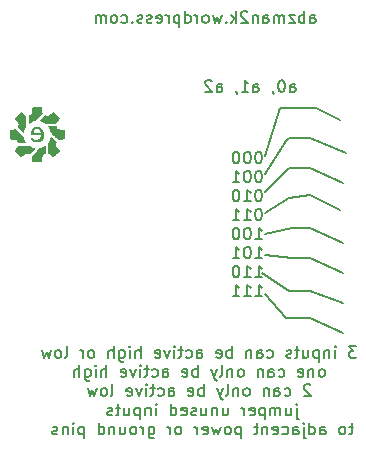
<source format=gbo>
G04 #@! TF.GenerationSoftware,KiCad,Pcbnew,(6.0.0)*
G04 #@! TF.CreationDate,2022-11-09T00:12:50-05:00*
G04 #@! TF.ProjectId,chip select multiplexer,63686970-2073-4656-9c65-6374206d756c,rev?*
G04 #@! TF.SameCoordinates,Original*
G04 #@! TF.FileFunction,Legend,Bot*
G04 #@! TF.FilePolarity,Positive*
%FSLAX46Y46*%
G04 Gerber Fmt 4.6, Leading zero omitted, Abs format (unit mm)*
G04 Created by KiCad (PCBNEW (6.0.0)) date 2022-11-09 00:12:50*
%MOMM*%
%LPD*%
G01*
G04 APERTURE LIST*
%ADD10C,0.150000*%
%ADD11R,1.700000X1.700000*%
%ADD12O,1.700000X1.700000*%
%ADD13C,3.200000*%
%ADD14R,1.600000X1.600000*%
%ADD15O,1.600000X1.600000*%
%ADD16C,1.600000*%
G04 APERTURE END LIST*
D10*
X144018000Y-82550000D02*
X145796000Y-82550000D01*
X141986000Y-92456000D02*
X144272000Y-92710000D01*
X145796000Y-90170000D02*
X148590000Y-91440000D01*
X143256000Y-80010000D02*
X146304000Y-80010000D01*
X143764000Y-82804000D02*
X144018000Y-82550000D01*
X141986000Y-95758000D02*
X143764000Y-97790000D01*
X145796000Y-92710000D02*
X148590000Y-93980000D01*
X141986000Y-87122000D02*
X144018000Y-85090000D01*
X141986000Y-90678000D02*
X144272000Y-90170000D01*
X141986000Y-88900000D02*
X144018000Y-87630000D01*
X145796000Y-85090000D02*
X148590000Y-86360000D01*
X141732000Y-93980000D02*
X144018000Y-95504000D01*
X143764000Y-97790000D02*
X145796000Y-97790000D01*
X144272000Y-90170000D02*
X145796000Y-90170000D01*
X146304000Y-80010000D02*
X148336000Y-81026000D01*
X144018000Y-85090000D02*
X145796000Y-85090000D01*
X141986000Y-84074000D02*
X143256000Y-80010000D01*
X145796000Y-97790000D02*
X148590000Y-99060000D01*
X145796000Y-95504000D02*
X148590000Y-96520000D01*
X145796000Y-87376000D02*
X148336000Y-88646000D01*
X144018000Y-87630000D02*
X145796000Y-87376000D01*
X141986000Y-85598000D02*
X143764000Y-82804000D01*
X144018000Y-95504000D02*
X145796000Y-95504000D01*
X144272000Y-92710000D02*
X145796000Y-92710000D01*
X145796000Y-82550000D02*
X148844000Y-83820000D01*
X141462000Y-83733380D02*
X141366761Y-83733380D01*
X141271523Y-83781000D01*
X141223904Y-83828619D01*
X141176285Y-83923857D01*
X141128666Y-84114333D01*
X141128666Y-84352428D01*
X141176285Y-84542904D01*
X141223904Y-84638142D01*
X141271523Y-84685761D01*
X141366761Y-84733380D01*
X141462000Y-84733380D01*
X141557238Y-84685761D01*
X141604857Y-84638142D01*
X141652476Y-84542904D01*
X141700095Y-84352428D01*
X141700095Y-84114333D01*
X141652476Y-83923857D01*
X141604857Y-83828619D01*
X141557238Y-83781000D01*
X141462000Y-83733380D01*
X140509619Y-83733380D02*
X140414380Y-83733380D01*
X140319142Y-83781000D01*
X140271523Y-83828619D01*
X140223904Y-83923857D01*
X140176285Y-84114333D01*
X140176285Y-84352428D01*
X140223904Y-84542904D01*
X140271523Y-84638142D01*
X140319142Y-84685761D01*
X140414380Y-84733380D01*
X140509619Y-84733380D01*
X140604857Y-84685761D01*
X140652476Y-84638142D01*
X140700095Y-84542904D01*
X140747714Y-84352428D01*
X140747714Y-84114333D01*
X140700095Y-83923857D01*
X140652476Y-83828619D01*
X140604857Y-83781000D01*
X140509619Y-83733380D01*
X139557238Y-83733380D02*
X139462000Y-83733380D01*
X139366761Y-83781000D01*
X139319142Y-83828619D01*
X139271523Y-83923857D01*
X139223904Y-84114333D01*
X139223904Y-84352428D01*
X139271523Y-84542904D01*
X139319142Y-84638142D01*
X139366761Y-84685761D01*
X139462000Y-84733380D01*
X139557238Y-84733380D01*
X139652476Y-84685761D01*
X139700095Y-84638142D01*
X139747714Y-84542904D01*
X139795333Y-84352428D01*
X139795333Y-84114333D01*
X139747714Y-83923857D01*
X139700095Y-83828619D01*
X139652476Y-83781000D01*
X139557238Y-83733380D01*
X141462000Y-85343380D02*
X141366761Y-85343380D01*
X141271523Y-85391000D01*
X141223904Y-85438619D01*
X141176285Y-85533857D01*
X141128666Y-85724333D01*
X141128666Y-85962428D01*
X141176285Y-86152904D01*
X141223904Y-86248142D01*
X141271523Y-86295761D01*
X141366761Y-86343380D01*
X141462000Y-86343380D01*
X141557238Y-86295761D01*
X141604857Y-86248142D01*
X141652476Y-86152904D01*
X141700095Y-85962428D01*
X141700095Y-85724333D01*
X141652476Y-85533857D01*
X141604857Y-85438619D01*
X141557238Y-85391000D01*
X141462000Y-85343380D01*
X140509619Y-85343380D02*
X140414380Y-85343380D01*
X140319142Y-85391000D01*
X140271523Y-85438619D01*
X140223904Y-85533857D01*
X140176285Y-85724333D01*
X140176285Y-85962428D01*
X140223904Y-86152904D01*
X140271523Y-86248142D01*
X140319142Y-86295761D01*
X140414380Y-86343380D01*
X140509619Y-86343380D01*
X140604857Y-86295761D01*
X140652476Y-86248142D01*
X140700095Y-86152904D01*
X140747714Y-85962428D01*
X140747714Y-85724333D01*
X140700095Y-85533857D01*
X140652476Y-85438619D01*
X140604857Y-85391000D01*
X140509619Y-85343380D01*
X139223904Y-86343380D02*
X139795333Y-86343380D01*
X139509619Y-86343380D02*
X139509619Y-85343380D01*
X139604857Y-85486238D01*
X139700095Y-85581476D01*
X139795333Y-85629095D01*
X141462000Y-86953380D02*
X141366761Y-86953380D01*
X141271523Y-87001000D01*
X141223904Y-87048619D01*
X141176285Y-87143857D01*
X141128666Y-87334333D01*
X141128666Y-87572428D01*
X141176285Y-87762904D01*
X141223904Y-87858142D01*
X141271523Y-87905761D01*
X141366761Y-87953380D01*
X141462000Y-87953380D01*
X141557238Y-87905761D01*
X141604857Y-87858142D01*
X141652476Y-87762904D01*
X141700095Y-87572428D01*
X141700095Y-87334333D01*
X141652476Y-87143857D01*
X141604857Y-87048619D01*
X141557238Y-87001000D01*
X141462000Y-86953380D01*
X140176285Y-87953380D02*
X140747714Y-87953380D01*
X140462000Y-87953380D02*
X140462000Y-86953380D01*
X140557238Y-87096238D01*
X140652476Y-87191476D01*
X140747714Y-87239095D01*
X139557238Y-86953380D02*
X139462000Y-86953380D01*
X139366761Y-87001000D01*
X139319142Y-87048619D01*
X139271523Y-87143857D01*
X139223904Y-87334333D01*
X139223904Y-87572428D01*
X139271523Y-87762904D01*
X139319142Y-87858142D01*
X139366761Y-87905761D01*
X139462000Y-87953380D01*
X139557238Y-87953380D01*
X139652476Y-87905761D01*
X139700095Y-87858142D01*
X139747714Y-87762904D01*
X139795333Y-87572428D01*
X139795333Y-87334333D01*
X139747714Y-87143857D01*
X139700095Y-87048619D01*
X139652476Y-87001000D01*
X139557238Y-86953380D01*
X141462000Y-88563380D02*
X141366761Y-88563380D01*
X141271523Y-88611000D01*
X141223904Y-88658619D01*
X141176285Y-88753857D01*
X141128666Y-88944333D01*
X141128666Y-89182428D01*
X141176285Y-89372904D01*
X141223904Y-89468142D01*
X141271523Y-89515761D01*
X141366761Y-89563380D01*
X141462000Y-89563380D01*
X141557238Y-89515761D01*
X141604857Y-89468142D01*
X141652476Y-89372904D01*
X141700095Y-89182428D01*
X141700095Y-88944333D01*
X141652476Y-88753857D01*
X141604857Y-88658619D01*
X141557238Y-88611000D01*
X141462000Y-88563380D01*
X140176285Y-89563380D02*
X140747714Y-89563380D01*
X140462000Y-89563380D02*
X140462000Y-88563380D01*
X140557238Y-88706238D01*
X140652476Y-88801476D01*
X140747714Y-88849095D01*
X139223904Y-89563380D02*
X139795333Y-89563380D01*
X139509619Y-89563380D02*
X139509619Y-88563380D01*
X139604857Y-88706238D01*
X139700095Y-88801476D01*
X139795333Y-88849095D01*
X141128666Y-91173380D02*
X141700095Y-91173380D01*
X141414380Y-91173380D02*
X141414380Y-90173380D01*
X141509619Y-90316238D01*
X141604857Y-90411476D01*
X141700095Y-90459095D01*
X140509619Y-90173380D02*
X140414380Y-90173380D01*
X140319142Y-90221000D01*
X140271523Y-90268619D01*
X140223904Y-90363857D01*
X140176285Y-90554333D01*
X140176285Y-90792428D01*
X140223904Y-90982904D01*
X140271523Y-91078142D01*
X140319142Y-91125761D01*
X140414380Y-91173380D01*
X140509619Y-91173380D01*
X140604857Y-91125761D01*
X140652476Y-91078142D01*
X140700095Y-90982904D01*
X140747714Y-90792428D01*
X140747714Y-90554333D01*
X140700095Y-90363857D01*
X140652476Y-90268619D01*
X140604857Y-90221000D01*
X140509619Y-90173380D01*
X139557238Y-90173380D02*
X139462000Y-90173380D01*
X139366761Y-90221000D01*
X139319142Y-90268619D01*
X139271523Y-90363857D01*
X139223904Y-90554333D01*
X139223904Y-90792428D01*
X139271523Y-90982904D01*
X139319142Y-91078142D01*
X139366761Y-91125761D01*
X139462000Y-91173380D01*
X139557238Y-91173380D01*
X139652476Y-91125761D01*
X139700095Y-91078142D01*
X139747714Y-90982904D01*
X139795333Y-90792428D01*
X139795333Y-90554333D01*
X139747714Y-90363857D01*
X139700095Y-90268619D01*
X139652476Y-90221000D01*
X139557238Y-90173380D01*
X141128666Y-92783380D02*
X141700095Y-92783380D01*
X141414380Y-92783380D02*
X141414380Y-91783380D01*
X141509619Y-91926238D01*
X141604857Y-92021476D01*
X141700095Y-92069095D01*
X140509619Y-91783380D02*
X140414380Y-91783380D01*
X140319142Y-91831000D01*
X140271523Y-91878619D01*
X140223904Y-91973857D01*
X140176285Y-92164333D01*
X140176285Y-92402428D01*
X140223904Y-92592904D01*
X140271523Y-92688142D01*
X140319142Y-92735761D01*
X140414380Y-92783380D01*
X140509619Y-92783380D01*
X140604857Y-92735761D01*
X140652476Y-92688142D01*
X140700095Y-92592904D01*
X140747714Y-92402428D01*
X140747714Y-92164333D01*
X140700095Y-91973857D01*
X140652476Y-91878619D01*
X140604857Y-91831000D01*
X140509619Y-91783380D01*
X139223904Y-92783380D02*
X139795333Y-92783380D01*
X139509619Y-92783380D02*
X139509619Y-91783380D01*
X139604857Y-91926238D01*
X139700095Y-92021476D01*
X139795333Y-92069095D01*
X141128666Y-94393380D02*
X141700095Y-94393380D01*
X141414380Y-94393380D02*
X141414380Y-93393380D01*
X141509619Y-93536238D01*
X141604857Y-93631476D01*
X141700095Y-93679095D01*
X140176285Y-94393380D02*
X140747714Y-94393380D01*
X140462000Y-94393380D02*
X140462000Y-93393380D01*
X140557238Y-93536238D01*
X140652476Y-93631476D01*
X140747714Y-93679095D01*
X139557238Y-93393380D02*
X139462000Y-93393380D01*
X139366761Y-93441000D01*
X139319142Y-93488619D01*
X139271523Y-93583857D01*
X139223904Y-93774333D01*
X139223904Y-94012428D01*
X139271523Y-94202904D01*
X139319142Y-94298142D01*
X139366761Y-94345761D01*
X139462000Y-94393380D01*
X139557238Y-94393380D01*
X139652476Y-94345761D01*
X139700095Y-94298142D01*
X139747714Y-94202904D01*
X139795333Y-94012428D01*
X139795333Y-93774333D01*
X139747714Y-93583857D01*
X139700095Y-93488619D01*
X139652476Y-93441000D01*
X139557238Y-93393380D01*
X141128666Y-96003380D02*
X141700095Y-96003380D01*
X141414380Y-96003380D02*
X141414380Y-95003380D01*
X141509619Y-95146238D01*
X141604857Y-95241476D01*
X141700095Y-95289095D01*
X140176285Y-96003380D02*
X140747714Y-96003380D01*
X140462000Y-96003380D02*
X140462000Y-95003380D01*
X140557238Y-95146238D01*
X140652476Y-95241476D01*
X140747714Y-95289095D01*
X139223904Y-96003380D02*
X139795333Y-96003380D01*
X139509619Y-96003380D02*
X139509619Y-95003380D01*
X139604857Y-95146238D01*
X139700095Y-95241476D01*
X139795333Y-95289095D01*
X145763142Y-72842380D02*
X145763142Y-72318571D01*
X145810761Y-72223333D01*
X145906000Y-72175714D01*
X146096476Y-72175714D01*
X146191714Y-72223333D01*
X145763142Y-72794761D02*
X145858380Y-72842380D01*
X146096476Y-72842380D01*
X146191714Y-72794761D01*
X146239333Y-72699523D01*
X146239333Y-72604285D01*
X146191714Y-72509047D01*
X146096476Y-72461428D01*
X145858380Y-72461428D01*
X145763142Y-72413809D01*
X145286952Y-72842380D02*
X145286952Y-71842380D01*
X145286952Y-72223333D02*
X145191714Y-72175714D01*
X145001238Y-72175714D01*
X144906000Y-72223333D01*
X144858380Y-72270952D01*
X144810761Y-72366190D01*
X144810761Y-72651904D01*
X144858380Y-72747142D01*
X144906000Y-72794761D01*
X145001238Y-72842380D01*
X145191714Y-72842380D01*
X145286952Y-72794761D01*
X144477428Y-72175714D02*
X143953619Y-72175714D01*
X144477428Y-72842380D01*
X143953619Y-72842380D01*
X143572666Y-72842380D02*
X143572666Y-72175714D01*
X143572666Y-72270952D02*
X143525047Y-72223333D01*
X143429809Y-72175714D01*
X143286952Y-72175714D01*
X143191714Y-72223333D01*
X143144095Y-72318571D01*
X143144095Y-72842380D01*
X143144095Y-72318571D02*
X143096476Y-72223333D01*
X143001238Y-72175714D01*
X142858380Y-72175714D01*
X142763142Y-72223333D01*
X142715523Y-72318571D01*
X142715523Y-72842380D01*
X141810761Y-72842380D02*
X141810761Y-72318571D01*
X141858380Y-72223333D01*
X141953619Y-72175714D01*
X142144095Y-72175714D01*
X142239333Y-72223333D01*
X141810761Y-72794761D02*
X141906000Y-72842380D01*
X142144095Y-72842380D01*
X142239333Y-72794761D01*
X142286952Y-72699523D01*
X142286952Y-72604285D01*
X142239333Y-72509047D01*
X142144095Y-72461428D01*
X141906000Y-72461428D01*
X141810761Y-72413809D01*
X141334571Y-72175714D02*
X141334571Y-72842380D01*
X141334571Y-72270952D02*
X141286952Y-72223333D01*
X141191714Y-72175714D01*
X141048857Y-72175714D01*
X140953619Y-72223333D01*
X140906000Y-72318571D01*
X140906000Y-72842380D01*
X140477428Y-71937619D02*
X140429809Y-71890000D01*
X140334571Y-71842380D01*
X140096476Y-71842380D01*
X140001238Y-71890000D01*
X139953619Y-71937619D01*
X139906000Y-72032857D01*
X139906000Y-72128095D01*
X139953619Y-72270952D01*
X140525047Y-72842380D01*
X139906000Y-72842380D01*
X139477428Y-72842380D02*
X139477428Y-71842380D01*
X139382190Y-72461428D02*
X139096476Y-72842380D01*
X139096476Y-72175714D02*
X139477428Y-72556666D01*
X138667904Y-72747142D02*
X138620285Y-72794761D01*
X138667904Y-72842380D01*
X138715523Y-72794761D01*
X138667904Y-72747142D01*
X138667904Y-72842380D01*
X138286952Y-72175714D02*
X138096476Y-72842380D01*
X137906000Y-72366190D01*
X137715523Y-72842380D01*
X137525047Y-72175714D01*
X137001238Y-72842380D02*
X137096476Y-72794761D01*
X137144095Y-72747142D01*
X137191714Y-72651904D01*
X137191714Y-72366190D01*
X137144095Y-72270952D01*
X137096476Y-72223333D01*
X137001238Y-72175714D01*
X136858380Y-72175714D01*
X136763142Y-72223333D01*
X136715523Y-72270952D01*
X136667904Y-72366190D01*
X136667904Y-72651904D01*
X136715523Y-72747142D01*
X136763142Y-72794761D01*
X136858380Y-72842380D01*
X137001238Y-72842380D01*
X136239333Y-72842380D02*
X136239333Y-72175714D01*
X136239333Y-72366190D02*
X136191714Y-72270952D01*
X136144095Y-72223333D01*
X136048857Y-72175714D01*
X135953619Y-72175714D01*
X135191714Y-72842380D02*
X135191714Y-71842380D01*
X135191714Y-72794761D02*
X135286952Y-72842380D01*
X135477428Y-72842380D01*
X135572666Y-72794761D01*
X135620285Y-72747142D01*
X135667904Y-72651904D01*
X135667904Y-72366190D01*
X135620285Y-72270952D01*
X135572666Y-72223333D01*
X135477428Y-72175714D01*
X135286952Y-72175714D01*
X135191714Y-72223333D01*
X134715523Y-72175714D02*
X134715523Y-73175714D01*
X134715523Y-72223333D02*
X134620285Y-72175714D01*
X134429809Y-72175714D01*
X134334571Y-72223333D01*
X134286952Y-72270952D01*
X134239333Y-72366190D01*
X134239333Y-72651904D01*
X134286952Y-72747142D01*
X134334571Y-72794761D01*
X134429809Y-72842380D01*
X134620285Y-72842380D01*
X134715523Y-72794761D01*
X133810761Y-72842380D02*
X133810761Y-72175714D01*
X133810761Y-72366190D02*
X133763142Y-72270952D01*
X133715523Y-72223333D01*
X133620285Y-72175714D01*
X133525047Y-72175714D01*
X132810761Y-72794761D02*
X132906000Y-72842380D01*
X133096476Y-72842380D01*
X133191714Y-72794761D01*
X133239333Y-72699523D01*
X133239333Y-72318571D01*
X133191714Y-72223333D01*
X133096476Y-72175714D01*
X132906000Y-72175714D01*
X132810761Y-72223333D01*
X132763142Y-72318571D01*
X132763142Y-72413809D01*
X133239333Y-72509047D01*
X132382190Y-72794761D02*
X132286952Y-72842380D01*
X132096476Y-72842380D01*
X132001238Y-72794761D01*
X131953619Y-72699523D01*
X131953619Y-72651904D01*
X132001238Y-72556666D01*
X132096476Y-72509047D01*
X132239333Y-72509047D01*
X132334571Y-72461428D01*
X132382190Y-72366190D01*
X132382190Y-72318571D01*
X132334571Y-72223333D01*
X132239333Y-72175714D01*
X132096476Y-72175714D01*
X132001238Y-72223333D01*
X131572666Y-72794761D02*
X131477428Y-72842380D01*
X131286952Y-72842380D01*
X131191714Y-72794761D01*
X131144095Y-72699523D01*
X131144095Y-72651904D01*
X131191714Y-72556666D01*
X131286952Y-72509047D01*
X131429809Y-72509047D01*
X131525047Y-72461428D01*
X131572666Y-72366190D01*
X131572666Y-72318571D01*
X131525047Y-72223333D01*
X131429809Y-72175714D01*
X131286952Y-72175714D01*
X131191714Y-72223333D01*
X130715523Y-72747142D02*
X130667904Y-72794761D01*
X130715523Y-72842380D01*
X130763142Y-72794761D01*
X130715523Y-72747142D01*
X130715523Y-72842380D01*
X129810761Y-72794761D02*
X129906000Y-72842380D01*
X130096476Y-72842380D01*
X130191714Y-72794761D01*
X130239333Y-72747142D01*
X130286952Y-72651904D01*
X130286952Y-72366190D01*
X130239333Y-72270952D01*
X130191714Y-72223333D01*
X130096476Y-72175714D01*
X129906000Y-72175714D01*
X129810761Y-72223333D01*
X129239333Y-72842380D02*
X129334571Y-72794761D01*
X129382190Y-72747142D01*
X129429809Y-72651904D01*
X129429809Y-72366190D01*
X129382190Y-72270952D01*
X129334571Y-72223333D01*
X129239333Y-72175714D01*
X129096476Y-72175714D01*
X129001238Y-72223333D01*
X128953619Y-72270952D01*
X128906000Y-72366190D01*
X128906000Y-72651904D01*
X128953619Y-72747142D01*
X129001238Y-72794761D01*
X129096476Y-72842380D01*
X129239333Y-72842380D01*
X128477428Y-72842380D02*
X128477428Y-72175714D01*
X128477428Y-72270952D02*
X128429809Y-72223333D01*
X128334571Y-72175714D01*
X128191714Y-72175714D01*
X128096476Y-72223333D01*
X128048857Y-72318571D01*
X128048857Y-72842380D01*
X128048857Y-72318571D02*
X128001238Y-72223333D01*
X127906000Y-72175714D01*
X127763142Y-72175714D01*
X127667904Y-72223333D01*
X127620285Y-72318571D01*
X127620285Y-72842380D01*
X144652000Y-105406714D02*
X144652000Y-106263857D01*
X144699619Y-106359095D01*
X144794857Y-106406714D01*
X144842476Y-106406714D01*
X144652000Y-105073380D02*
X144699619Y-105121000D01*
X144652000Y-105168619D01*
X144604380Y-105121000D01*
X144652000Y-105073380D01*
X144652000Y-105168619D01*
X143747238Y-105406714D02*
X143747238Y-106073380D01*
X144175809Y-105406714D02*
X144175809Y-105930523D01*
X144128190Y-106025761D01*
X144032952Y-106073380D01*
X143890095Y-106073380D01*
X143794857Y-106025761D01*
X143747238Y-105978142D01*
X143271047Y-106073380D02*
X143271047Y-105406714D01*
X143271047Y-105501952D02*
X143223428Y-105454333D01*
X143128190Y-105406714D01*
X142985333Y-105406714D01*
X142890095Y-105454333D01*
X142842476Y-105549571D01*
X142842476Y-106073380D01*
X142842476Y-105549571D02*
X142794857Y-105454333D01*
X142699619Y-105406714D01*
X142556761Y-105406714D01*
X142461523Y-105454333D01*
X142413904Y-105549571D01*
X142413904Y-106073380D01*
X141937714Y-105406714D02*
X141937714Y-106406714D01*
X141937714Y-105454333D02*
X141842476Y-105406714D01*
X141652000Y-105406714D01*
X141556761Y-105454333D01*
X141509142Y-105501952D01*
X141461523Y-105597190D01*
X141461523Y-105882904D01*
X141509142Y-105978142D01*
X141556761Y-106025761D01*
X141652000Y-106073380D01*
X141842476Y-106073380D01*
X141937714Y-106025761D01*
X140652000Y-106025761D02*
X140747238Y-106073380D01*
X140937714Y-106073380D01*
X141032952Y-106025761D01*
X141080571Y-105930523D01*
X141080571Y-105549571D01*
X141032952Y-105454333D01*
X140937714Y-105406714D01*
X140747238Y-105406714D01*
X140652000Y-105454333D01*
X140604380Y-105549571D01*
X140604380Y-105644809D01*
X141080571Y-105740047D01*
X140175809Y-106073380D02*
X140175809Y-105406714D01*
X140175809Y-105597190D02*
X140128190Y-105501952D01*
X140080571Y-105454333D01*
X139985333Y-105406714D01*
X139890095Y-105406714D01*
X138366285Y-105406714D02*
X138366285Y-106073380D01*
X138794857Y-105406714D02*
X138794857Y-105930523D01*
X138747238Y-106025761D01*
X138652000Y-106073380D01*
X138509142Y-106073380D01*
X138413904Y-106025761D01*
X138366285Y-105978142D01*
X137890095Y-105406714D02*
X137890095Y-106073380D01*
X137890095Y-105501952D02*
X137842476Y-105454333D01*
X137747238Y-105406714D01*
X137604380Y-105406714D01*
X137509142Y-105454333D01*
X137461523Y-105549571D01*
X137461523Y-106073380D01*
X136556761Y-105406714D02*
X136556761Y-106073380D01*
X136985333Y-105406714D02*
X136985333Y-105930523D01*
X136937714Y-106025761D01*
X136842476Y-106073380D01*
X136699619Y-106073380D01*
X136604380Y-106025761D01*
X136556761Y-105978142D01*
X136128190Y-106025761D02*
X136032952Y-106073380D01*
X135842476Y-106073380D01*
X135747238Y-106025761D01*
X135699619Y-105930523D01*
X135699619Y-105882904D01*
X135747238Y-105787666D01*
X135842476Y-105740047D01*
X135985333Y-105740047D01*
X136080571Y-105692428D01*
X136128190Y-105597190D01*
X136128190Y-105549571D01*
X136080571Y-105454333D01*
X135985333Y-105406714D01*
X135842476Y-105406714D01*
X135747238Y-105454333D01*
X134890095Y-106025761D02*
X134985333Y-106073380D01*
X135175809Y-106073380D01*
X135271047Y-106025761D01*
X135318666Y-105930523D01*
X135318666Y-105549571D01*
X135271047Y-105454333D01*
X135175809Y-105406714D01*
X134985333Y-105406714D01*
X134890095Y-105454333D01*
X134842476Y-105549571D01*
X134842476Y-105644809D01*
X135318666Y-105740047D01*
X133985333Y-106073380D02*
X133985333Y-105073380D01*
X133985333Y-106025761D02*
X134080571Y-106073380D01*
X134271047Y-106073380D01*
X134366285Y-106025761D01*
X134413904Y-105978142D01*
X134461523Y-105882904D01*
X134461523Y-105597190D01*
X134413904Y-105501952D01*
X134366285Y-105454333D01*
X134271047Y-105406714D01*
X134080571Y-105406714D01*
X133985333Y-105454333D01*
X132747238Y-106073380D02*
X132747238Y-105406714D01*
X132747238Y-105073380D02*
X132794857Y-105121000D01*
X132747238Y-105168619D01*
X132699619Y-105121000D01*
X132747238Y-105073380D01*
X132747238Y-105168619D01*
X132271047Y-105406714D02*
X132271047Y-106073380D01*
X132271047Y-105501952D02*
X132223428Y-105454333D01*
X132128190Y-105406714D01*
X131985333Y-105406714D01*
X131890095Y-105454333D01*
X131842476Y-105549571D01*
X131842476Y-106073380D01*
X131366285Y-105406714D02*
X131366285Y-106406714D01*
X131366285Y-105454333D02*
X131271047Y-105406714D01*
X131080571Y-105406714D01*
X130985333Y-105454333D01*
X130937714Y-105501952D01*
X130890095Y-105597190D01*
X130890095Y-105882904D01*
X130937714Y-105978142D01*
X130985333Y-106025761D01*
X131080571Y-106073380D01*
X131271047Y-106073380D01*
X131366285Y-106025761D01*
X130032952Y-105406714D02*
X130032952Y-106073380D01*
X130461523Y-105406714D02*
X130461523Y-105930523D01*
X130413904Y-106025761D01*
X130318666Y-106073380D01*
X130175809Y-106073380D01*
X130080571Y-106025761D01*
X130032952Y-105978142D01*
X129699619Y-105406714D02*
X129318666Y-105406714D01*
X129556761Y-105073380D02*
X129556761Y-105930523D01*
X129509142Y-106025761D01*
X129413904Y-106073380D01*
X129318666Y-106073380D01*
X129032952Y-106025761D02*
X128937714Y-106073380D01*
X128747238Y-106073380D01*
X128652000Y-106025761D01*
X128604380Y-105930523D01*
X128604380Y-105882904D01*
X128652000Y-105787666D01*
X128747238Y-105740047D01*
X128890095Y-105740047D01*
X128985333Y-105692428D01*
X129032952Y-105597190D01*
X129032952Y-105549571D01*
X128985333Y-105454333D01*
X128890095Y-105406714D01*
X128747238Y-105406714D01*
X128652000Y-105454333D01*
X149437714Y-107016714D02*
X149056761Y-107016714D01*
X149294857Y-106683380D02*
X149294857Y-107540523D01*
X149247238Y-107635761D01*
X149152000Y-107683380D01*
X149056761Y-107683380D01*
X148580571Y-107683380D02*
X148675809Y-107635761D01*
X148723428Y-107588142D01*
X148771047Y-107492904D01*
X148771047Y-107207190D01*
X148723428Y-107111952D01*
X148675809Y-107064333D01*
X148580571Y-107016714D01*
X148437714Y-107016714D01*
X148342476Y-107064333D01*
X148294857Y-107111952D01*
X148247238Y-107207190D01*
X148247238Y-107492904D01*
X148294857Y-107588142D01*
X148342476Y-107635761D01*
X148437714Y-107683380D01*
X148580571Y-107683380D01*
X146628190Y-107683380D02*
X146628190Y-107159571D01*
X146675809Y-107064333D01*
X146771047Y-107016714D01*
X146961523Y-107016714D01*
X147056761Y-107064333D01*
X146628190Y-107635761D02*
X146723428Y-107683380D01*
X146961523Y-107683380D01*
X147056761Y-107635761D01*
X147104380Y-107540523D01*
X147104380Y-107445285D01*
X147056761Y-107350047D01*
X146961523Y-107302428D01*
X146723428Y-107302428D01*
X146628190Y-107254809D01*
X145723428Y-107683380D02*
X145723428Y-106683380D01*
X145723428Y-107635761D02*
X145818666Y-107683380D01*
X146009142Y-107683380D01*
X146104380Y-107635761D01*
X146152000Y-107588142D01*
X146199619Y-107492904D01*
X146199619Y-107207190D01*
X146152000Y-107111952D01*
X146104380Y-107064333D01*
X146009142Y-107016714D01*
X145818666Y-107016714D01*
X145723428Y-107064333D01*
X145247238Y-107016714D02*
X145247238Y-107873857D01*
X145294857Y-107969095D01*
X145390095Y-108016714D01*
X145437714Y-108016714D01*
X145247238Y-106683380D02*
X145294857Y-106731000D01*
X145247238Y-106778619D01*
X145199619Y-106731000D01*
X145247238Y-106683380D01*
X145247238Y-106778619D01*
X144342476Y-107683380D02*
X144342476Y-107159571D01*
X144390095Y-107064333D01*
X144485333Y-107016714D01*
X144675809Y-107016714D01*
X144771047Y-107064333D01*
X144342476Y-107635761D02*
X144437714Y-107683380D01*
X144675809Y-107683380D01*
X144771047Y-107635761D01*
X144818666Y-107540523D01*
X144818666Y-107445285D01*
X144771047Y-107350047D01*
X144675809Y-107302428D01*
X144437714Y-107302428D01*
X144342476Y-107254809D01*
X143437714Y-107635761D02*
X143532952Y-107683380D01*
X143723428Y-107683380D01*
X143818666Y-107635761D01*
X143866285Y-107588142D01*
X143913904Y-107492904D01*
X143913904Y-107207190D01*
X143866285Y-107111952D01*
X143818666Y-107064333D01*
X143723428Y-107016714D01*
X143532952Y-107016714D01*
X143437714Y-107064333D01*
X142628190Y-107635761D02*
X142723428Y-107683380D01*
X142913904Y-107683380D01*
X143009142Y-107635761D01*
X143056761Y-107540523D01*
X143056761Y-107159571D01*
X143009142Y-107064333D01*
X142913904Y-107016714D01*
X142723428Y-107016714D01*
X142628190Y-107064333D01*
X142580571Y-107159571D01*
X142580571Y-107254809D01*
X143056761Y-107350047D01*
X142152000Y-107016714D02*
X142152000Y-107683380D01*
X142152000Y-107111952D02*
X142104380Y-107064333D01*
X142009142Y-107016714D01*
X141866285Y-107016714D01*
X141771047Y-107064333D01*
X141723428Y-107159571D01*
X141723428Y-107683380D01*
X141390095Y-107016714D02*
X141009142Y-107016714D01*
X141247238Y-106683380D02*
X141247238Y-107540523D01*
X141199619Y-107635761D01*
X141104380Y-107683380D01*
X141009142Y-107683380D01*
X139913904Y-107016714D02*
X139913904Y-108016714D01*
X139913904Y-107064333D02*
X139818666Y-107016714D01*
X139628190Y-107016714D01*
X139532952Y-107064333D01*
X139485333Y-107111952D01*
X139437714Y-107207190D01*
X139437714Y-107492904D01*
X139485333Y-107588142D01*
X139532952Y-107635761D01*
X139628190Y-107683380D01*
X139818666Y-107683380D01*
X139913904Y-107635761D01*
X138866285Y-107683380D02*
X138961523Y-107635761D01*
X139009142Y-107588142D01*
X139056761Y-107492904D01*
X139056761Y-107207190D01*
X139009142Y-107111952D01*
X138961523Y-107064333D01*
X138866285Y-107016714D01*
X138723428Y-107016714D01*
X138628190Y-107064333D01*
X138580571Y-107111952D01*
X138532952Y-107207190D01*
X138532952Y-107492904D01*
X138580571Y-107588142D01*
X138628190Y-107635761D01*
X138723428Y-107683380D01*
X138866285Y-107683380D01*
X138199619Y-107016714D02*
X138009142Y-107683380D01*
X137818666Y-107207190D01*
X137628190Y-107683380D01*
X137437714Y-107016714D01*
X136675809Y-107635761D02*
X136771047Y-107683380D01*
X136961523Y-107683380D01*
X137056761Y-107635761D01*
X137104380Y-107540523D01*
X137104380Y-107159571D01*
X137056761Y-107064333D01*
X136961523Y-107016714D01*
X136771047Y-107016714D01*
X136675809Y-107064333D01*
X136628190Y-107159571D01*
X136628190Y-107254809D01*
X137104380Y-107350047D01*
X136199619Y-107683380D02*
X136199619Y-107016714D01*
X136199619Y-107207190D02*
X136152000Y-107111952D01*
X136104380Y-107064333D01*
X136009142Y-107016714D01*
X135913904Y-107016714D01*
X134675809Y-107683380D02*
X134771047Y-107635761D01*
X134818666Y-107588142D01*
X134866285Y-107492904D01*
X134866285Y-107207190D01*
X134818666Y-107111952D01*
X134771047Y-107064333D01*
X134675809Y-107016714D01*
X134532952Y-107016714D01*
X134437714Y-107064333D01*
X134390095Y-107111952D01*
X134342476Y-107207190D01*
X134342476Y-107492904D01*
X134390095Y-107588142D01*
X134437714Y-107635761D01*
X134532952Y-107683380D01*
X134675809Y-107683380D01*
X133913904Y-107683380D02*
X133913904Y-107016714D01*
X133913904Y-107207190D02*
X133866285Y-107111952D01*
X133818666Y-107064333D01*
X133723428Y-107016714D01*
X133628190Y-107016714D01*
X132104380Y-107016714D02*
X132104380Y-107826238D01*
X132152000Y-107921476D01*
X132199619Y-107969095D01*
X132294857Y-108016714D01*
X132437714Y-108016714D01*
X132532952Y-107969095D01*
X132104380Y-107635761D02*
X132199619Y-107683380D01*
X132390095Y-107683380D01*
X132485333Y-107635761D01*
X132532952Y-107588142D01*
X132580571Y-107492904D01*
X132580571Y-107207190D01*
X132532952Y-107111952D01*
X132485333Y-107064333D01*
X132390095Y-107016714D01*
X132199619Y-107016714D01*
X132104380Y-107064333D01*
X131628190Y-107683380D02*
X131628190Y-107016714D01*
X131628190Y-107207190D02*
X131580571Y-107111952D01*
X131532952Y-107064333D01*
X131437714Y-107016714D01*
X131342476Y-107016714D01*
X130866285Y-107683380D02*
X130961523Y-107635761D01*
X131009142Y-107588142D01*
X131056761Y-107492904D01*
X131056761Y-107207190D01*
X131009142Y-107111952D01*
X130961523Y-107064333D01*
X130866285Y-107016714D01*
X130723428Y-107016714D01*
X130628190Y-107064333D01*
X130580571Y-107111952D01*
X130532952Y-107207190D01*
X130532952Y-107492904D01*
X130580571Y-107588142D01*
X130628190Y-107635761D01*
X130723428Y-107683380D01*
X130866285Y-107683380D01*
X129675809Y-107016714D02*
X129675809Y-107683380D01*
X130104380Y-107016714D02*
X130104380Y-107540523D01*
X130056761Y-107635761D01*
X129961523Y-107683380D01*
X129818666Y-107683380D01*
X129723428Y-107635761D01*
X129675809Y-107588142D01*
X129199619Y-107016714D02*
X129199619Y-107683380D01*
X129199619Y-107111952D02*
X129152000Y-107064333D01*
X129056761Y-107016714D01*
X128913904Y-107016714D01*
X128818666Y-107064333D01*
X128771047Y-107159571D01*
X128771047Y-107683380D01*
X127866285Y-107683380D02*
X127866285Y-106683380D01*
X127866285Y-107635761D02*
X127961523Y-107683380D01*
X128152000Y-107683380D01*
X128247238Y-107635761D01*
X128294857Y-107588142D01*
X128342476Y-107492904D01*
X128342476Y-107207190D01*
X128294857Y-107111952D01*
X128247238Y-107064333D01*
X128152000Y-107016714D01*
X127961523Y-107016714D01*
X127866285Y-107064333D01*
X126628190Y-107016714D02*
X126628190Y-108016714D01*
X126628190Y-107064333D02*
X126532952Y-107016714D01*
X126342476Y-107016714D01*
X126247238Y-107064333D01*
X126199619Y-107111952D01*
X126152000Y-107207190D01*
X126152000Y-107492904D01*
X126199619Y-107588142D01*
X126247238Y-107635761D01*
X126342476Y-107683380D01*
X126532952Y-107683380D01*
X126628190Y-107635761D01*
X125723428Y-107683380D02*
X125723428Y-107016714D01*
X125723428Y-106683380D02*
X125771047Y-106731000D01*
X125723428Y-106778619D01*
X125675809Y-106731000D01*
X125723428Y-106683380D01*
X125723428Y-106778619D01*
X125247238Y-107016714D02*
X125247238Y-107683380D01*
X125247238Y-107111952D02*
X125199619Y-107064333D01*
X125104380Y-107016714D01*
X124961523Y-107016714D01*
X124866285Y-107064333D01*
X124818666Y-107159571D01*
X124818666Y-107683380D01*
X124390095Y-107635761D02*
X124294857Y-107683380D01*
X124104380Y-107683380D01*
X124009142Y-107635761D01*
X123961523Y-107540523D01*
X123961523Y-107492904D01*
X124009142Y-107397666D01*
X124104380Y-107350047D01*
X124247238Y-107350047D01*
X124342476Y-107302428D01*
X124390095Y-107207190D01*
X124390095Y-107159571D01*
X124342476Y-107064333D01*
X124247238Y-107016714D01*
X124104380Y-107016714D01*
X124009142Y-107064333D01*
X149707523Y-100204380D02*
X149088476Y-100204380D01*
X149421809Y-100585333D01*
X149278952Y-100585333D01*
X149183714Y-100632952D01*
X149136095Y-100680571D01*
X149088476Y-100775809D01*
X149088476Y-101013904D01*
X149136095Y-101109142D01*
X149183714Y-101156761D01*
X149278952Y-101204380D01*
X149564666Y-101204380D01*
X149659904Y-101156761D01*
X149707523Y-101109142D01*
X147898000Y-101204380D02*
X147898000Y-100537714D01*
X147898000Y-100204380D02*
X147945619Y-100252000D01*
X147898000Y-100299619D01*
X147850380Y-100252000D01*
X147898000Y-100204380D01*
X147898000Y-100299619D01*
X147421809Y-100537714D02*
X147421809Y-101204380D01*
X147421809Y-100632952D02*
X147374190Y-100585333D01*
X147278952Y-100537714D01*
X147136095Y-100537714D01*
X147040857Y-100585333D01*
X146993238Y-100680571D01*
X146993238Y-101204380D01*
X146517047Y-100537714D02*
X146517047Y-101537714D01*
X146517047Y-100585333D02*
X146421809Y-100537714D01*
X146231333Y-100537714D01*
X146136095Y-100585333D01*
X146088476Y-100632952D01*
X146040857Y-100728190D01*
X146040857Y-101013904D01*
X146088476Y-101109142D01*
X146136095Y-101156761D01*
X146231333Y-101204380D01*
X146421809Y-101204380D01*
X146517047Y-101156761D01*
X145183714Y-100537714D02*
X145183714Y-101204380D01*
X145612285Y-100537714D02*
X145612285Y-101061523D01*
X145564666Y-101156761D01*
X145469428Y-101204380D01*
X145326571Y-101204380D01*
X145231333Y-101156761D01*
X145183714Y-101109142D01*
X144850380Y-100537714D02*
X144469428Y-100537714D01*
X144707523Y-100204380D02*
X144707523Y-101061523D01*
X144659904Y-101156761D01*
X144564666Y-101204380D01*
X144469428Y-101204380D01*
X144183714Y-101156761D02*
X144088476Y-101204380D01*
X143898000Y-101204380D01*
X143802761Y-101156761D01*
X143755142Y-101061523D01*
X143755142Y-101013904D01*
X143802761Y-100918666D01*
X143898000Y-100871047D01*
X144040857Y-100871047D01*
X144136095Y-100823428D01*
X144183714Y-100728190D01*
X144183714Y-100680571D01*
X144136095Y-100585333D01*
X144040857Y-100537714D01*
X143898000Y-100537714D01*
X143802761Y-100585333D01*
X142136095Y-101156761D02*
X142231333Y-101204380D01*
X142421809Y-101204380D01*
X142517047Y-101156761D01*
X142564666Y-101109142D01*
X142612285Y-101013904D01*
X142612285Y-100728190D01*
X142564666Y-100632952D01*
X142517047Y-100585333D01*
X142421809Y-100537714D01*
X142231333Y-100537714D01*
X142136095Y-100585333D01*
X141278952Y-101204380D02*
X141278952Y-100680571D01*
X141326571Y-100585333D01*
X141421809Y-100537714D01*
X141612285Y-100537714D01*
X141707523Y-100585333D01*
X141278952Y-101156761D02*
X141374190Y-101204380D01*
X141612285Y-101204380D01*
X141707523Y-101156761D01*
X141755142Y-101061523D01*
X141755142Y-100966285D01*
X141707523Y-100871047D01*
X141612285Y-100823428D01*
X141374190Y-100823428D01*
X141278952Y-100775809D01*
X140802761Y-100537714D02*
X140802761Y-101204380D01*
X140802761Y-100632952D02*
X140755142Y-100585333D01*
X140659904Y-100537714D01*
X140517047Y-100537714D01*
X140421809Y-100585333D01*
X140374190Y-100680571D01*
X140374190Y-101204380D01*
X139136095Y-101204380D02*
X139136095Y-100204380D01*
X139136095Y-100585333D02*
X139040857Y-100537714D01*
X138850380Y-100537714D01*
X138755142Y-100585333D01*
X138707523Y-100632952D01*
X138659904Y-100728190D01*
X138659904Y-101013904D01*
X138707523Y-101109142D01*
X138755142Y-101156761D01*
X138850380Y-101204380D01*
X139040857Y-101204380D01*
X139136095Y-101156761D01*
X137850380Y-101156761D02*
X137945619Y-101204380D01*
X138136095Y-101204380D01*
X138231333Y-101156761D01*
X138278952Y-101061523D01*
X138278952Y-100680571D01*
X138231333Y-100585333D01*
X138136095Y-100537714D01*
X137945619Y-100537714D01*
X137850380Y-100585333D01*
X137802761Y-100680571D01*
X137802761Y-100775809D01*
X138278952Y-100871047D01*
X136183714Y-101204380D02*
X136183714Y-100680571D01*
X136231333Y-100585333D01*
X136326571Y-100537714D01*
X136517047Y-100537714D01*
X136612285Y-100585333D01*
X136183714Y-101156761D02*
X136278952Y-101204380D01*
X136517047Y-101204380D01*
X136612285Y-101156761D01*
X136659904Y-101061523D01*
X136659904Y-100966285D01*
X136612285Y-100871047D01*
X136517047Y-100823428D01*
X136278952Y-100823428D01*
X136183714Y-100775809D01*
X135278952Y-101156761D02*
X135374190Y-101204380D01*
X135564666Y-101204380D01*
X135659904Y-101156761D01*
X135707523Y-101109142D01*
X135755142Y-101013904D01*
X135755142Y-100728190D01*
X135707523Y-100632952D01*
X135659904Y-100585333D01*
X135564666Y-100537714D01*
X135374190Y-100537714D01*
X135278952Y-100585333D01*
X134993238Y-100537714D02*
X134612285Y-100537714D01*
X134850380Y-100204380D02*
X134850380Y-101061523D01*
X134802761Y-101156761D01*
X134707523Y-101204380D01*
X134612285Y-101204380D01*
X134278952Y-101204380D02*
X134278952Y-100537714D01*
X134278952Y-100204380D02*
X134326571Y-100252000D01*
X134278952Y-100299619D01*
X134231333Y-100252000D01*
X134278952Y-100204380D01*
X134278952Y-100299619D01*
X133898000Y-100537714D02*
X133659904Y-101204380D01*
X133421809Y-100537714D01*
X132659904Y-101156761D02*
X132755142Y-101204380D01*
X132945619Y-101204380D01*
X133040857Y-101156761D01*
X133088476Y-101061523D01*
X133088476Y-100680571D01*
X133040857Y-100585333D01*
X132945619Y-100537714D01*
X132755142Y-100537714D01*
X132659904Y-100585333D01*
X132612285Y-100680571D01*
X132612285Y-100775809D01*
X133088476Y-100871047D01*
X131421809Y-101204380D02*
X131421809Y-100204380D01*
X130993238Y-101204380D02*
X130993238Y-100680571D01*
X131040857Y-100585333D01*
X131136095Y-100537714D01*
X131278952Y-100537714D01*
X131374190Y-100585333D01*
X131421809Y-100632952D01*
X130517047Y-101204380D02*
X130517047Y-100537714D01*
X130517047Y-100204380D02*
X130564666Y-100252000D01*
X130517047Y-100299619D01*
X130469428Y-100252000D01*
X130517047Y-100204380D01*
X130517047Y-100299619D01*
X129612285Y-100537714D02*
X129612285Y-101347238D01*
X129659904Y-101442476D01*
X129707523Y-101490095D01*
X129802761Y-101537714D01*
X129945619Y-101537714D01*
X130040857Y-101490095D01*
X129612285Y-101156761D02*
X129707523Y-101204380D01*
X129898000Y-101204380D01*
X129993238Y-101156761D01*
X130040857Y-101109142D01*
X130088476Y-101013904D01*
X130088476Y-100728190D01*
X130040857Y-100632952D01*
X129993238Y-100585333D01*
X129898000Y-100537714D01*
X129707523Y-100537714D01*
X129612285Y-100585333D01*
X129136095Y-101204380D02*
X129136095Y-100204380D01*
X128707523Y-101204380D02*
X128707523Y-100680571D01*
X128755142Y-100585333D01*
X128850380Y-100537714D01*
X128993238Y-100537714D01*
X129088476Y-100585333D01*
X129136095Y-100632952D01*
X127326571Y-101204380D02*
X127421809Y-101156761D01*
X127469428Y-101109142D01*
X127517047Y-101013904D01*
X127517047Y-100728190D01*
X127469428Y-100632952D01*
X127421809Y-100585333D01*
X127326571Y-100537714D01*
X127183714Y-100537714D01*
X127088476Y-100585333D01*
X127040857Y-100632952D01*
X126993238Y-100728190D01*
X126993238Y-101013904D01*
X127040857Y-101109142D01*
X127088476Y-101156761D01*
X127183714Y-101204380D01*
X127326571Y-101204380D01*
X126564666Y-101204380D02*
X126564666Y-100537714D01*
X126564666Y-100728190D02*
X126517047Y-100632952D01*
X126469428Y-100585333D01*
X126374190Y-100537714D01*
X126278952Y-100537714D01*
X125040857Y-101204380D02*
X125136095Y-101156761D01*
X125183714Y-101061523D01*
X125183714Y-100204380D01*
X124517047Y-101204380D02*
X124612285Y-101156761D01*
X124659904Y-101109142D01*
X124707523Y-101013904D01*
X124707523Y-100728190D01*
X124659904Y-100632952D01*
X124612285Y-100585333D01*
X124517047Y-100537714D01*
X124374190Y-100537714D01*
X124278952Y-100585333D01*
X124231333Y-100632952D01*
X124183714Y-100728190D01*
X124183714Y-101013904D01*
X124231333Y-101109142D01*
X124278952Y-101156761D01*
X124374190Y-101204380D01*
X124517047Y-101204380D01*
X123850380Y-100537714D02*
X123659904Y-101204380D01*
X123469428Y-100728190D01*
X123278952Y-101204380D01*
X123088476Y-100537714D01*
X146826571Y-102814380D02*
X146921809Y-102766761D01*
X146969428Y-102719142D01*
X147017047Y-102623904D01*
X147017047Y-102338190D01*
X146969428Y-102242952D01*
X146921809Y-102195333D01*
X146826571Y-102147714D01*
X146683714Y-102147714D01*
X146588476Y-102195333D01*
X146540857Y-102242952D01*
X146493238Y-102338190D01*
X146493238Y-102623904D01*
X146540857Y-102719142D01*
X146588476Y-102766761D01*
X146683714Y-102814380D01*
X146826571Y-102814380D01*
X146064666Y-102147714D02*
X146064666Y-102814380D01*
X146064666Y-102242952D02*
X146017047Y-102195333D01*
X145921809Y-102147714D01*
X145778952Y-102147714D01*
X145683714Y-102195333D01*
X145636095Y-102290571D01*
X145636095Y-102814380D01*
X144778952Y-102766761D02*
X144874190Y-102814380D01*
X145064666Y-102814380D01*
X145159904Y-102766761D01*
X145207523Y-102671523D01*
X145207523Y-102290571D01*
X145159904Y-102195333D01*
X145064666Y-102147714D01*
X144874190Y-102147714D01*
X144778952Y-102195333D01*
X144731333Y-102290571D01*
X144731333Y-102385809D01*
X145207523Y-102481047D01*
X143112285Y-102766761D02*
X143207523Y-102814380D01*
X143398000Y-102814380D01*
X143493238Y-102766761D01*
X143540857Y-102719142D01*
X143588476Y-102623904D01*
X143588476Y-102338190D01*
X143540857Y-102242952D01*
X143493238Y-102195333D01*
X143398000Y-102147714D01*
X143207523Y-102147714D01*
X143112285Y-102195333D01*
X142255142Y-102814380D02*
X142255142Y-102290571D01*
X142302761Y-102195333D01*
X142398000Y-102147714D01*
X142588476Y-102147714D01*
X142683714Y-102195333D01*
X142255142Y-102766761D02*
X142350380Y-102814380D01*
X142588476Y-102814380D01*
X142683714Y-102766761D01*
X142731333Y-102671523D01*
X142731333Y-102576285D01*
X142683714Y-102481047D01*
X142588476Y-102433428D01*
X142350380Y-102433428D01*
X142255142Y-102385809D01*
X141778952Y-102147714D02*
X141778952Y-102814380D01*
X141778952Y-102242952D02*
X141731333Y-102195333D01*
X141636095Y-102147714D01*
X141493238Y-102147714D01*
X141398000Y-102195333D01*
X141350380Y-102290571D01*
X141350380Y-102814380D01*
X139969428Y-102814380D02*
X140064666Y-102766761D01*
X140112285Y-102719142D01*
X140159904Y-102623904D01*
X140159904Y-102338190D01*
X140112285Y-102242952D01*
X140064666Y-102195333D01*
X139969428Y-102147714D01*
X139826571Y-102147714D01*
X139731333Y-102195333D01*
X139683714Y-102242952D01*
X139636095Y-102338190D01*
X139636095Y-102623904D01*
X139683714Y-102719142D01*
X139731333Y-102766761D01*
X139826571Y-102814380D01*
X139969428Y-102814380D01*
X139207523Y-102147714D02*
X139207523Y-102814380D01*
X139207523Y-102242952D02*
X139159904Y-102195333D01*
X139064666Y-102147714D01*
X138921809Y-102147714D01*
X138826571Y-102195333D01*
X138778952Y-102290571D01*
X138778952Y-102814380D01*
X138159904Y-102814380D02*
X138255142Y-102766761D01*
X138302761Y-102671523D01*
X138302761Y-101814380D01*
X137874190Y-102147714D02*
X137636095Y-102814380D01*
X137398000Y-102147714D02*
X137636095Y-102814380D01*
X137731333Y-103052476D01*
X137778952Y-103100095D01*
X137874190Y-103147714D01*
X136255142Y-102814380D02*
X136255142Y-101814380D01*
X136255142Y-102195333D02*
X136159904Y-102147714D01*
X135969428Y-102147714D01*
X135874190Y-102195333D01*
X135826571Y-102242952D01*
X135778952Y-102338190D01*
X135778952Y-102623904D01*
X135826571Y-102719142D01*
X135874190Y-102766761D01*
X135969428Y-102814380D01*
X136159904Y-102814380D01*
X136255142Y-102766761D01*
X134969428Y-102766761D02*
X135064666Y-102814380D01*
X135255142Y-102814380D01*
X135350380Y-102766761D01*
X135398000Y-102671523D01*
X135398000Y-102290571D01*
X135350380Y-102195333D01*
X135255142Y-102147714D01*
X135064666Y-102147714D01*
X134969428Y-102195333D01*
X134921809Y-102290571D01*
X134921809Y-102385809D01*
X135398000Y-102481047D01*
X133302761Y-102814380D02*
X133302761Y-102290571D01*
X133350380Y-102195333D01*
X133445619Y-102147714D01*
X133636095Y-102147714D01*
X133731333Y-102195333D01*
X133302761Y-102766761D02*
X133398000Y-102814380D01*
X133636095Y-102814380D01*
X133731333Y-102766761D01*
X133778952Y-102671523D01*
X133778952Y-102576285D01*
X133731333Y-102481047D01*
X133636095Y-102433428D01*
X133398000Y-102433428D01*
X133302761Y-102385809D01*
X132398000Y-102766761D02*
X132493238Y-102814380D01*
X132683714Y-102814380D01*
X132778952Y-102766761D01*
X132826571Y-102719142D01*
X132874190Y-102623904D01*
X132874190Y-102338190D01*
X132826571Y-102242952D01*
X132778952Y-102195333D01*
X132683714Y-102147714D01*
X132493238Y-102147714D01*
X132398000Y-102195333D01*
X132112285Y-102147714D02*
X131731333Y-102147714D01*
X131969428Y-101814380D02*
X131969428Y-102671523D01*
X131921809Y-102766761D01*
X131826571Y-102814380D01*
X131731333Y-102814380D01*
X131398000Y-102814380D02*
X131398000Y-102147714D01*
X131398000Y-101814380D02*
X131445619Y-101862000D01*
X131398000Y-101909619D01*
X131350380Y-101862000D01*
X131398000Y-101814380D01*
X131398000Y-101909619D01*
X131017047Y-102147714D02*
X130778952Y-102814380D01*
X130540857Y-102147714D01*
X129778952Y-102766761D02*
X129874190Y-102814380D01*
X130064666Y-102814380D01*
X130159904Y-102766761D01*
X130207523Y-102671523D01*
X130207523Y-102290571D01*
X130159904Y-102195333D01*
X130064666Y-102147714D01*
X129874190Y-102147714D01*
X129778952Y-102195333D01*
X129731333Y-102290571D01*
X129731333Y-102385809D01*
X130207523Y-102481047D01*
X128540857Y-102814380D02*
X128540857Y-101814380D01*
X128112285Y-102814380D02*
X128112285Y-102290571D01*
X128159904Y-102195333D01*
X128255142Y-102147714D01*
X128398000Y-102147714D01*
X128493238Y-102195333D01*
X128540857Y-102242952D01*
X127636095Y-102814380D02*
X127636095Y-102147714D01*
X127636095Y-101814380D02*
X127683714Y-101862000D01*
X127636095Y-101909619D01*
X127588476Y-101862000D01*
X127636095Y-101814380D01*
X127636095Y-101909619D01*
X126731333Y-102147714D02*
X126731333Y-102957238D01*
X126778952Y-103052476D01*
X126826571Y-103100095D01*
X126921809Y-103147714D01*
X127064666Y-103147714D01*
X127159904Y-103100095D01*
X126731333Y-102766761D02*
X126826571Y-102814380D01*
X127017047Y-102814380D01*
X127112285Y-102766761D01*
X127159904Y-102719142D01*
X127207523Y-102623904D01*
X127207523Y-102338190D01*
X127159904Y-102242952D01*
X127112285Y-102195333D01*
X127017047Y-102147714D01*
X126826571Y-102147714D01*
X126731333Y-102195333D01*
X126255142Y-102814380D02*
X126255142Y-101814380D01*
X125826571Y-102814380D02*
X125826571Y-102290571D01*
X125874190Y-102195333D01*
X125969428Y-102147714D01*
X126112285Y-102147714D01*
X126207523Y-102195333D01*
X126255142Y-102242952D01*
X145802761Y-103519619D02*
X145755142Y-103472000D01*
X145659904Y-103424380D01*
X145421809Y-103424380D01*
X145326571Y-103472000D01*
X145278952Y-103519619D01*
X145231333Y-103614857D01*
X145231333Y-103710095D01*
X145278952Y-103852952D01*
X145850380Y-104424380D01*
X145231333Y-104424380D01*
X143612285Y-104376761D02*
X143707523Y-104424380D01*
X143898000Y-104424380D01*
X143993238Y-104376761D01*
X144040857Y-104329142D01*
X144088476Y-104233904D01*
X144088476Y-103948190D01*
X144040857Y-103852952D01*
X143993238Y-103805333D01*
X143898000Y-103757714D01*
X143707523Y-103757714D01*
X143612285Y-103805333D01*
X142755142Y-104424380D02*
X142755142Y-103900571D01*
X142802761Y-103805333D01*
X142898000Y-103757714D01*
X143088476Y-103757714D01*
X143183714Y-103805333D01*
X142755142Y-104376761D02*
X142850380Y-104424380D01*
X143088476Y-104424380D01*
X143183714Y-104376761D01*
X143231333Y-104281523D01*
X143231333Y-104186285D01*
X143183714Y-104091047D01*
X143088476Y-104043428D01*
X142850380Y-104043428D01*
X142755142Y-103995809D01*
X142278952Y-103757714D02*
X142278952Y-104424380D01*
X142278952Y-103852952D02*
X142231333Y-103805333D01*
X142136095Y-103757714D01*
X141993238Y-103757714D01*
X141898000Y-103805333D01*
X141850380Y-103900571D01*
X141850380Y-104424380D01*
X140469428Y-104424380D02*
X140564666Y-104376761D01*
X140612285Y-104329142D01*
X140659904Y-104233904D01*
X140659904Y-103948190D01*
X140612285Y-103852952D01*
X140564666Y-103805333D01*
X140469428Y-103757714D01*
X140326571Y-103757714D01*
X140231333Y-103805333D01*
X140183714Y-103852952D01*
X140136095Y-103948190D01*
X140136095Y-104233904D01*
X140183714Y-104329142D01*
X140231333Y-104376761D01*
X140326571Y-104424380D01*
X140469428Y-104424380D01*
X139707523Y-103757714D02*
X139707523Y-104424380D01*
X139707523Y-103852952D02*
X139659904Y-103805333D01*
X139564666Y-103757714D01*
X139421809Y-103757714D01*
X139326571Y-103805333D01*
X139278952Y-103900571D01*
X139278952Y-104424380D01*
X138659904Y-104424380D02*
X138755142Y-104376761D01*
X138802761Y-104281523D01*
X138802761Y-103424380D01*
X138374190Y-103757714D02*
X138136095Y-104424380D01*
X137898000Y-103757714D02*
X138136095Y-104424380D01*
X138231333Y-104662476D01*
X138278952Y-104710095D01*
X138374190Y-104757714D01*
X136755142Y-104424380D02*
X136755142Y-103424380D01*
X136755142Y-103805333D02*
X136659904Y-103757714D01*
X136469428Y-103757714D01*
X136374190Y-103805333D01*
X136326571Y-103852952D01*
X136278952Y-103948190D01*
X136278952Y-104233904D01*
X136326571Y-104329142D01*
X136374190Y-104376761D01*
X136469428Y-104424380D01*
X136659904Y-104424380D01*
X136755142Y-104376761D01*
X135469428Y-104376761D02*
X135564666Y-104424380D01*
X135755142Y-104424380D01*
X135850380Y-104376761D01*
X135898000Y-104281523D01*
X135898000Y-103900571D01*
X135850380Y-103805333D01*
X135755142Y-103757714D01*
X135564666Y-103757714D01*
X135469428Y-103805333D01*
X135421809Y-103900571D01*
X135421809Y-103995809D01*
X135898000Y-104091047D01*
X133802761Y-104424380D02*
X133802761Y-103900571D01*
X133850380Y-103805333D01*
X133945619Y-103757714D01*
X134136095Y-103757714D01*
X134231333Y-103805333D01*
X133802761Y-104376761D02*
X133898000Y-104424380D01*
X134136095Y-104424380D01*
X134231333Y-104376761D01*
X134278952Y-104281523D01*
X134278952Y-104186285D01*
X134231333Y-104091047D01*
X134136095Y-104043428D01*
X133898000Y-104043428D01*
X133802761Y-103995809D01*
X132898000Y-104376761D02*
X132993238Y-104424380D01*
X133183714Y-104424380D01*
X133278952Y-104376761D01*
X133326571Y-104329142D01*
X133374190Y-104233904D01*
X133374190Y-103948190D01*
X133326571Y-103852952D01*
X133278952Y-103805333D01*
X133183714Y-103757714D01*
X132993238Y-103757714D01*
X132898000Y-103805333D01*
X132612285Y-103757714D02*
X132231333Y-103757714D01*
X132469428Y-103424380D02*
X132469428Y-104281523D01*
X132421809Y-104376761D01*
X132326571Y-104424380D01*
X132231333Y-104424380D01*
X131898000Y-104424380D02*
X131898000Y-103757714D01*
X131898000Y-103424380D02*
X131945619Y-103472000D01*
X131898000Y-103519619D01*
X131850380Y-103472000D01*
X131898000Y-103424380D01*
X131898000Y-103519619D01*
X131517047Y-103757714D02*
X131278952Y-104424380D01*
X131040857Y-103757714D01*
X130278952Y-104376761D02*
X130374190Y-104424380D01*
X130564666Y-104424380D01*
X130659904Y-104376761D01*
X130707523Y-104281523D01*
X130707523Y-103900571D01*
X130659904Y-103805333D01*
X130564666Y-103757714D01*
X130374190Y-103757714D01*
X130278952Y-103805333D01*
X130231333Y-103900571D01*
X130231333Y-103995809D01*
X130707523Y-104091047D01*
X128898000Y-104424380D02*
X128993238Y-104376761D01*
X129040857Y-104281523D01*
X129040857Y-103424380D01*
X128374190Y-104424380D02*
X128469428Y-104376761D01*
X128517047Y-104329142D01*
X128564666Y-104233904D01*
X128564666Y-103948190D01*
X128517047Y-103852952D01*
X128469428Y-103805333D01*
X128374190Y-103757714D01*
X128231333Y-103757714D01*
X128136095Y-103805333D01*
X128088476Y-103852952D01*
X128040857Y-103948190D01*
X128040857Y-104233904D01*
X128088476Y-104329142D01*
X128136095Y-104376761D01*
X128231333Y-104424380D01*
X128374190Y-104424380D01*
X127707523Y-103757714D02*
X127517047Y-104424380D01*
X127326571Y-103948190D01*
X127136095Y-104424380D01*
X126945619Y-103757714D01*
X144073142Y-78684380D02*
X144073142Y-78160571D01*
X144120761Y-78065333D01*
X144216000Y-78017714D01*
X144406476Y-78017714D01*
X144501714Y-78065333D01*
X144073142Y-78636761D02*
X144168380Y-78684380D01*
X144406476Y-78684380D01*
X144501714Y-78636761D01*
X144549333Y-78541523D01*
X144549333Y-78446285D01*
X144501714Y-78351047D01*
X144406476Y-78303428D01*
X144168380Y-78303428D01*
X144073142Y-78255809D01*
X143406476Y-77684380D02*
X143311238Y-77684380D01*
X143216000Y-77732000D01*
X143168380Y-77779619D01*
X143120761Y-77874857D01*
X143073142Y-78065333D01*
X143073142Y-78303428D01*
X143120761Y-78493904D01*
X143168380Y-78589142D01*
X143216000Y-78636761D01*
X143311238Y-78684380D01*
X143406476Y-78684380D01*
X143501714Y-78636761D01*
X143549333Y-78589142D01*
X143596952Y-78493904D01*
X143644571Y-78303428D01*
X143644571Y-78065333D01*
X143596952Y-77874857D01*
X143549333Y-77779619D01*
X143501714Y-77732000D01*
X143406476Y-77684380D01*
X142596952Y-78636761D02*
X142596952Y-78684380D01*
X142644571Y-78779619D01*
X142692190Y-78827238D01*
X140977904Y-78684380D02*
X140977904Y-78160571D01*
X141025523Y-78065333D01*
X141120761Y-78017714D01*
X141311238Y-78017714D01*
X141406476Y-78065333D01*
X140977904Y-78636761D02*
X141073142Y-78684380D01*
X141311238Y-78684380D01*
X141406476Y-78636761D01*
X141454095Y-78541523D01*
X141454095Y-78446285D01*
X141406476Y-78351047D01*
X141311238Y-78303428D01*
X141073142Y-78303428D01*
X140977904Y-78255809D01*
X139977904Y-78684380D02*
X140549333Y-78684380D01*
X140263619Y-78684380D02*
X140263619Y-77684380D01*
X140358857Y-77827238D01*
X140454095Y-77922476D01*
X140549333Y-77970095D01*
X139501714Y-78636761D02*
X139501714Y-78684380D01*
X139549333Y-78779619D01*
X139596952Y-78827238D01*
X137882666Y-78684380D02*
X137882666Y-78160571D01*
X137930285Y-78065333D01*
X138025523Y-78017714D01*
X138216000Y-78017714D01*
X138311238Y-78065333D01*
X137882666Y-78636761D02*
X137977904Y-78684380D01*
X138216000Y-78684380D01*
X138311238Y-78636761D01*
X138358857Y-78541523D01*
X138358857Y-78446285D01*
X138311238Y-78351047D01*
X138216000Y-78303428D01*
X137977904Y-78303428D01*
X137882666Y-78255809D01*
X137454095Y-77779619D02*
X137406476Y-77732000D01*
X137311238Y-77684380D01*
X137073142Y-77684380D01*
X136977904Y-77732000D01*
X136930285Y-77779619D01*
X136882666Y-77874857D01*
X136882666Y-77970095D01*
X136930285Y-78112952D01*
X137501714Y-78684380D01*
X136882666Y-78684380D01*
G36*
X123262080Y-82250859D02*
G01*
X123262399Y-82359477D01*
X123249785Y-82463408D01*
X123224796Y-82561020D01*
X123187991Y-82650683D01*
X123139929Y-82730762D01*
X123081169Y-82799628D01*
X123012268Y-82855647D01*
X123005495Y-82860074D01*
X122936598Y-82898187D01*
X122863017Y-82928088D01*
X122792052Y-82946755D01*
X122770559Y-82949331D01*
X122733299Y-82951520D01*
X122688899Y-82952519D01*
X122642936Y-82952126D01*
X122623075Y-82951533D01*
X122576504Y-82948992D01*
X122539324Y-82944480D01*
X122505664Y-82937109D01*
X122469651Y-82925994D01*
X122465035Y-82924405D01*
X122377265Y-82884702D01*
X122297979Y-82830289D01*
X122228504Y-82762246D01*
X122170164Y-82681656D01*
X122140112Y-82631979D01*
X122177791Y-82598542D01*
X122202981Y-82578277D01*
X122225626Y-82567219D01*
X122244147Y-82569128D01*
X122261806Y-82583417D01*
X122280582Y-82602027D01*
X122316548Y-82632290D01*
X122358253Y-82663265D01*
X122399971Y-82690771D01*
X122435977Y-82710626D01*
X122444758Y-82714676D01*
X122466668Y-82723626D01*
X122487726Y-82729375D01*
X122512486Y-82732620D01*
X122545498Y-82734056D01*
X122591315Y-82734380D01*
X122633034Y-82734233D01*
X122665698Y-82733181D01*
X122690174Y-82730312D01*
X122711222Y-82724715D01*
X122733604Y-82715478D01*
X122762080Y-82701690D01*
X122798383Y-82681049D01*
X122858803Y-82632123D01*
X122908083Y-82571660D01*
X122944999Y-82501712D01*
X122968327Y-82424333D01*
X122976842Y-82341575D01*
X122977147Y-82304681D01*
X122178914Y-82304681D01*
X122164645Y-82282905D01*
X122159364Y-82271497D01*
X122152124Y-82240590D01*
X122147367Y-82199038D01*
X122145225Y-82150999D01*
X122145834Y-82100630D01*
X122149327Y-82052089D01*
X122152518Y-82031236D01*
X122409443Y-82031236D01*
X122410771Y-82060768D01*
X122420602Y-82098702D01*
X122440810Y-82124391D01*
X122472383Y-82139536D01*
X122486613Y-82141656D01*
X122517057Y-82143846D01*
X122560191Y-82145695D01*
X122613517Y-82147122D01*
X122674539Y-82148044D01*
X122740760Y-82148378D01*
X122977477Y-82148427D01*
X122973038Y-82128895D01*
X122971227Y-82120802D01*
X122965720Y-82095636D01*
X122959389Y-82066233D01*
X122951859Y-82036827D01*
X122923522Y-81966999D01*
X122883287Y-81904330D01*
X122833433Y-81851970D01*
X122776236Y-81813067D01*
X122758922Y-81805245D01*
X122707614Y-81791451D01*
X122652236Y-81787305D01*
X122598870Y-81792932D01*
X122553598Y-81808458D01*
X122533218Y-81820184D01*
X122481868Y-81861575D01*
X122443079Y-81912158D01*
X122418417Y-81969517D01*
X122409443Y-82031236D01*
X122152518Y-82031236D01*
X122155838Y-82009534D01*
X122165140Y-81972304D01*
X122197034Y-81889253D01*
X122241696Y-81814467D01*
X122297535Y-81750327D01*
X122362964Y-81699214D01*
X122365833Y-81697419D01*
X122425995Y-81664449D01*
X122485820Y-81641862D01*
X122550920Y-81628002D01*
X122626906Y-81621209D01*
X122666920Y-81619736D01*
X122703102Y-81619961D01*
X122733721Y-81622919D01*
X122765112Y-81629276D01*
X122803607Y-81639691D01*
X122833918Y-81649108D01*
X122921009Y-81685972D01*
X122999373Y-81735793D01*
X123072635Y-81800742D01*
X123091297Y-81820349D01*
X123151085Y-81894627D01*
X123196521Y-81973170D01*
X123229370Y-82059491D01*
X123249436Y-82148427D01*
X123251395Y-82157108D01*
X123262080Y-82250859D01*
G37*
G36*
X121220621Y-82158442D02*
G01*
X121232959Y-82170783D01*
X121313702Y-82251950D01*
X121381882Y-82321258D01*
X121437550Y-82378761D01*
X121480758Y-82424513D01*
X121511557Y-82458569D01*
X121529999Y-82480983D01*
X121536135Y-82491809D01*
X121538097Y-82509149D01*
X121544663Y-82540955D01*
X121554726Y-82581114D01*
X121567121Y-82625289D01*
X121580686Y-82669143D01*
X121594255Y-82708338D01*
X121598980Y-82720711D01*
X121634134Y-82800100D01*
X121677095Y-82880605D01*
X121723258Y-82953471D01*
X121727526Y-82959602D01*
X121744968Y-82985212D01*
X121757214Y-83004113D01*
X121761836Y-83012582D01*
X121759613Y-83013016D01*
X121743060Y-83013825D01*
X121711863Y-83014563D01*
X121667817Y-83015211D01*
X121612722Y-83015748D01*
X121548375Y-83016156D01*
X121476573Y-83016415D01*
X121399116Y-83016506D01*
X121036397Y-83016506D01*
X121013844Y-82957911D01*
X121004083Y-82931666D01*
X120988946Y-82888770D01*
X120973457Y-82842966D01*
X120959764Y-82800643D01*
X120950017Y-82768188D01*
X120948464Y-82766413D01*
X120933741Y-82761262D01*
X120906589Y-82756436D01*
X120870638Y-82752648D01*
X120846596Y-82750622D01*
X120797631Y-82745928D01*
X120744157Y-82740273D01*
X120694098Y-82734475D01*
X120668247Y-82731369D01*
X120610336Y-82724705D01*
X120550688Y-82718149D01*
X120498780Y-82712757D01*
X120468273Y-82709654D01*
X120427232Y-82705266D01*
X120392970Y-82701364D01*
X120370739Y-82698529D01*
X120338186Y-82693791D01*
X120338186Y-81906891D01*
X120370739Y-81902152D01*
X120385133Y-81900265D01*
X120416482Y-81896603D01*
X120456115Y-81892287D01*
X120498780Y-81887900D01*
X120528031Y-81884922D01*
X120584945Y-81878902D01*
X120644732Y-81872358D01*
X120698438Y-81866261D01*
X120736230Y-81861885D01*
X120782859Y-81856542D01*
X120824032Y-81851882D01*
X120853857Y-81848576D01*
X120905106Y-81843016D01*
X121220621Y-82158442D01*
G37*
G36*
X121458102Y-80491230D02*
G01*
X121475267Y-80505073D01*
X121520919Y-80541870D01*
X121563166Y-80575896D01*
X121599483Y-80605119D01*
X121627342Y-80627504D01*
X121644217Y-80641018D01*
X121653154Y-80648197D01*
X121681888Y-80671779D01*
X121707153Y-80693123D01*
X121735793Y-80717895D01*
X121735793Y-81627038D01*
X121698012Y-81685904D01*
X121658476Y-81751571D01*
X121624901Y-81818207D01*
X121594471Y-81892343D01*
X121583580Y-81923113D01*
X121569619Y-81967092D01*
X121556725Y-82012170D01*
X121546066Y-82053975D01*
X121538813Y-82088138D01*
X121536135Y-82110288D01*
X121535242Y-82123365D01*
X121530866Y-82143376D01*
X121527482Y-82150224D01*
X121519959Y-82157108D01*
X121518326Y-82156003D01*
X121506348Y-82145202D01*
X121484007Y-82123931D01*
X121452619Y-82093478D01*
X121413504Y-82055133D01*
X121367977Y-82010185D01*
X121317357Y-81959923D01*
X121262962Y-81905637D01*
X121011603Y-81654166D01*
X121023190Y-81621341D01*
X121030259Y-81603804D01*
X121043983Y-81573103D01*
X121061689Y-81535476D01*
X121081272Y-81495481D01*
X121127766Y-81402447D01*
X121073697Y-81334917D01*
X121059678Y-81317426D01*
X121036004Y-81287974D01*
X121016795Y-81264179D01*
X121005237Y-81249995D01*
X120996944Y-81239821D01*
X120979405Y-81218128D01*
X120955143Y-81188029D01*
X120926115Y-81151962D01*
X120894277Y-81112363D01*
X120861587Y-81071668D01*
X120830001Y-81032313D01*
X120801477Y-80996735D01*
X120777971Y-80967371D01*
X120761441Y-80946655D01*
X120753843Y-80937026D01*
X120753919Y-80935709D01*
X120762099Y-80923875D01*
X120781774Y-80900993D01*
X120812202Y-80867850D01*
X120852641Y-80825228D01*
X120902350Y-80773914D01*
X120960588Y-80714691D01*
X121026614Y-80648344D01*
X121306283Y-80368774D01*
X121458102Y-80491230D01*
G37*
G36*
X123393454Y-83213310D02*
G01*
X123395890Y-83219565D01*
X123397877Y-83234265D01*
X123399452Y-83258686D01*
X123400654Y-83294100D01*
X123401522Y-83341781D01*
X123402094Y-83403002D01*
X123402409Y-83479036D01*
X123402505Y-83571158D01*
X123402505Y-83935858D01*
X123365612Y-83952151D01*
X123355363Y-83956367D01*
X123327058Y-83967008D01*
X123289716Y-83980363D01*
X123248113Y-83994787D01*
X123207026Y-84008632D01*
X123171232Y-84020254D01*
X123145507Y-84028004D01*
X123143736Y-84029545D01*
X123138583Y-84044247D01*
X123133756Y-84071393D01*
X123129966Y-84107362D01*
X123127940Y-84131404D01*
X123123246Y-84180369D01*
X123117592Y-84233843D01*
X123111793Y-84283902D01*
X123108687Y-84309753D01*
X123102023Y-84367664D01*
X123095468Y-84427312D01*
X123090075Y-84479220D01*
X123086973Y-84509727D01*
X123082585Y-84550768D01*
X123078682Y-84585030D01*
X123075848Y-84607261D01*
X123071109Y-84639814D01*
X122284209Y-84639814D01*
X122279471Y-84607261D01*
X122277583Y-84592867D01*
X122273922Y-84561518D01*
X122269606Y-84521885D01*
X122265218Y-84479220D01*
X122262244Y-84449977D01*
X122256236Y-84393060D01*
X122249715Y-84333271D01*
X122243646Y-84279562D01*
X122239228Y-84241338D01*
X122233982Y-84195812D01*
X122229435Y-84156214D01*
X122226239Y-84128204D01*
X122220892Y-84081016D01*
X122540380Y-83761441D01*
X122563120Y-83738728D01*
X122623745Y-83678520D01*
X122680523Y-83622618D01*
X122732260Y-83572168D01*
X122777760Y-83528318D01*
X122815826Y-83492216D01*
X122845264Y-83465008D01*
X122864876Y-83447842D01*
X122873468Y-83441865D01*
X122874689Y-83441837D01*
X122894927Y-83438782D01*
X122926881Y-83431502D01*
X122966241Y-83421177D01*
X123008697Y-83408990D01*
X123049939Y-83396119D01*
X123085657Y-83383745D01*
X123104564Y-83376426D01*
X123181561Y-83341821D01*
X123259057Y-83300323D01*
X123328204Y-83256574D01*
X123330689Y-83254838D01*
X123357679Y-83236119D01*
X123379508Y-83221189D01*
X123391654Y-83213143D01*
X123393454Y-83213310D01*
G37*
G36*
X124329469Y-81612388D02*
G01*
X124333685Y-81622637D01*
X124344326Y-81650942D01*
X124357682Y-81688284D01*
X124372105Y-81729887D01*
X124385951Y-81770974D01*
X124397572Y-81806768D01*
X124405323Y-81832493D01*
X124406864Y-81834264D01*
X124421565Y-81839417D01*
X124448711Y-81844244D01*
X124484680Y-81848034D01*
X124508723Y-81850060D01*
X124557688Y-81854754D01*
X124611162Y-81860408D01*
X124661220Y-81866207D01*
X124687071Y-81869313D01*
X124744982Y-81875977D01*
X124804631Y-81882532D01*
X124856538Y-81887925D01*
X124887046Y-81891027D01*
X124928086Y-81895415D01*
X124962349Y-81899318D01*
X124984580Y-81902152D01*
X125017133Y-81906891D01*
X125017133Y-82693791D01*
X124984580Y-82698529D01*
X124970184Y-82700419D01*
X124938835Y-82704088D01*
X124899203Y-82708417D01*
X124856538Y-82712820D01*
X124828284Y-82715678D01*
X124793136Y-82719340D01*
X124755221Y-82723427D01*
X124711643Y-82728261D01*
X124659508Y-82734164D01*
X124595921Y-82741458D01*
X124517987Y-82750464D01*
X124496226Y-82752805D01*
X124474627Y-82754782D01*
X124471841Y-82753666D01*
X124457515Y-82742807D01*
X124433126Y-82721534D01*
X124400086Y-82691246D01*
X124359804Y-82653343D01*
X124313693Y-82609225D01*
X124263162Y-82560292D01*
X124209623Y-82507943D01*
X124154487Y-82453578D01*
X124099164Y-82398597D01*
X124045066Y-82344400D01*
X123993604Y-82292385D01*
X123946187Y-82243954D01*
X123904228Y-82200505D01*
X123869138Y-82163439D01*
X123842326Y-82134154D01*
X123825204Y-82114052D01*
X123819184Y-82104532D01*
X123819156Y-82103311D01*
X123816100Y-82083073D01*
X123808820Y-82051119D01*
X123798496Y-82011759D01*
X123786308Y-81969303D01*
X123773437Y-81928061D01*
X123761064Y-81892343D01*
X123753745Y-81873436D01*
X123719139Y-81796439D01*
X123677642Y-81718943D01*
X123633892Y-81649796D01*
X123632157Y-81647311D01*
X123613437Y-81620321D01*
X123598507Y-81598492D01*
X123590462Y-81586346D01*
X123590629Y-81584546D01*
X123596883Y-81582110D01*
X123611584Y-81580123D01*
X123636004Y-81578548D01*
X123671418Y-81577346D01*
X123719099Y-81576478D01*
X123780320Y-81575906D01*
X123856355Y-81575591D01*
X123948477Y-81575495D01*
X124313176Y-81575495D01*
X124329469Y-81612388D01*
G37*
G36*
X123075848Y-79993420D02*
G01*
X123077735Y-80007815D01*
X123081397Y-80039163D01*
X123085713Y-80078796D01*
X123090100Y-80121462D01*
X123093075Y-80150705D01*
X123099082Y-80207621D01*
X123105604Y-80267411D01*
X123111673Y-80321120D01*
X123116132Y-80359732D01*
X123121246Y-80404232D01*
X123125603Y-80442377D01*
X123128581Y-80468722D01*
X123133431Y-80512154D01*
X122810056Y-80834359D01*
X122486682Y-81156563D01*
X122421576Y-81171648D01*
X122401007Y-81176608D01*
X122268294Y-81218275D01*
X122142690Y-81274675D01*
X122026600Y-81344755D01*
X122007730Y-81357776D01*
X121981208Y-81375881D01*
X121962565Y-81388347D01*
X121954983Y-81393030D01*
X121954736Y-81390690D01*
X121954290Y-81373930D01*
X121953883Y-81342546D01*
X121953527Y-81298329D01*
X121953230Y-81243074D01*
X121953006Y-81178574D01*
X121952863Y-81106622D01*
X121952813Y-81029011D01*
X121952813Y-80664824D01*
X121989706Y-80648531D01*
X121999956Y-80644315D01*
X122028261Y-80633674D01*
X122065603Y-80620318D01*
X122107206Y-80605895D01*
X122148292Y-80592049D01*
X122184087Y-80580428D01*
X122209812Y-80572677D01*
X122211582Y-80571136D01*
X122216736Y-80556435D01*
X122221562Y-80529289D01*
X122225352Y-80493320D01*
X122227378Y-80469277D01*
X122232072Y-80420312D01*
X122237727Y-80366838D01*
X122243525Y-80316780D01*
X122246631Y-80290929D01*
X122253295Y-80233018D01*
X122259851Y-80173369D01*
X122265243Y-80121462D01*
X122268346Y-80090954D01*
X122272734Y-80049914D01*
X122276636Y-80015651D01*
X122279471Y-79993420D01*
X122284209Y-79960867D01*
X123071109Y-79960867D01*
X123075848Y-79993420D01*
G37*
G36*
X122056115Y-83275601D02*
G01*
X122100967Y-83302905D01*
X122224822Y-83365530D01*
X122352007Y-83411751D01*
X122481321Y-83441102D01*
X122508489Y-83445860D01*
X122530713Y-83450624D01*
X122540731Y-83453957D01*
X122539598Y-83455976D01*
X122528703Y-83468503D01*
X122507370Y-83491304D01*
X122476854Y-83523090D01*
X122438405Y-83562568D01*
X122393278Y-83608451D01*
X122342723Y-83659448D01*
X122287993Y-83714269D01*
X122031249Y-83970575D01*
X121981180Y-83948591D01*
X121971399Y-83944220D01*
X121936420Y-83927928D01*
X121895486Y-83908184D01*
X121855556Y-83888326D01*
X121780000Y-83850045D01*
X121712353Y-83904208D01*
X121694752Y-83918318D01*
X121665288Y-83942016D01*
X121641492Y-83961249D01*
X121627314Y-83972832D01*
X121623769Y-83975745D01*
X121606906Y-83989456D01*
X121579694Y-84011486D01*
X121544347Y-84040046D01*
X121503078Y-84073347D01*
X121458102Y-84109599D01*
X121306283Y-84231908D01*
X121026614Y-83952337D01*
X121004947Y-83930643D01*
X120941303Y-83866463D01*
X120885680Y-83809655D01*
X120838821Y-83761004D01*
X120801466Y-83721294D01*
X120774357Y-83691309D01*
X120758236Y-83671835D01*
X120753843Y-83663656D01*
X120759254Y-83656794D01*
X120774117Y-83638160D01*
X120796304Y-83610434D01*
X120823879Y-83576025D01*
X120854907Y-83537344D01*
X120887453Y-83496801D01*
X120919582Y-83456806D01*
X120949360Y-83419769D01*
X120974852Y-83388100D01*
X120994123Y-83364210D01*
X121005237Y-83350508D01*
X121017833Y-83334910D01*
X121037039Y-83310886D01*
X121058691Y-83283643D01*
X121097755Y-83234347D01*
X121543949Y-83233937D01*
X121990142Y-83233526D01*
X122056115Y-83275601D01*
G37*
G36*
X124608063Y-80927602D02*
G01*
X124589626Y-80953494D01*
X124588815Y-80954627D01*
X124573473Y-80975078D01*
X124551856Y-81002827D01*
X124528373Y-81032208D01*
X124523147Y-81038662D01*
X124499298Y-81068214D01*
X124468936Y-81105937D01*
X124435419Y-81147657D01*
X124402105Y-81189199D01*
X124387172Y-81207803D01*
X124358617Y-81243155D01*
X124334276Y-81273006D01*
X124316351Y-81294665D01*
X124307043Y-81305438D01*
X124296403Y-81318040D01*
X124282010Y-81337991D01*
X124268588Y-81358475D01*
X123347877Y-81358475D01*
X123303575Y-81329083D01*
X123258961Y-81301761D01*
X123202849Y-81271198D01*
X123145103Y-81242823D01*
X123093360Y-81220578D01*
X123073235Y-81213316D01*
X123029298Y-81199387D01*
X122978721Y-81185030D01*
X122927266Y-81171772D01*
X122880693Y-81161141D01*
X122844765Y-81154664D01*
X122831017Y-81152453D01*
X122811284Y-81147601D01*
X122803531Y-81143038D01*
X122804975Y-81140953D01*
X122816467Y-81128216D01*
X122838368Y-81105185D01*
X122869397Y-81073168D01*
X122908277Y-81033474D01*
X122953729Y-80987411D01*
X123004475Y-80936287D01*
X123059235Y-80881411D01*
X123314938Y-80625817D01*
X123382594Y-80654898D01*
X123383006Y-80655075D01*
X123425376Y-80674224D01*
X123471437Y-80696444D01*
X123511290Y-80716960D01*
X123572330Y-80749942D01*
X123611119Y-80719454D01*
X123626750Y-80707099D01*
X123650623Y-80687992D01*
X123667340Y-80674318D01*
X123670391Y-80671766D01*
X123693611Y-80652657D01*
X123726926Y-80625561D01*
X123767397Y-80592837D01*
X123812085Y-80556845D01*
X123858053Y-80519943D01*
X123902363Y-80484493D01*
X123942076Y-80452852D01*
X123974255Y-80427380D01*
X123995961Y-80410436D01*
X124049225Y-80369540D01*
X124608063Y-80927602D01*
G37*
G36*
X123836776Y-82436216D02*
G01*
X123849313Y-82447474D01*
X123872164Y-82469163D01*
X123904015Y-82499999D01*
X123943555Y-82538702D01*
X123989469Y-82583987D01*
X124040446Y-82634573D01*
X124095171Y-82689178D01*
X124349347Y-82943463D01*
X124326636Y-82995176D01*
X124322254Y-83004989D01*
X124305644Y-83040696D01*
X124285639Y-83082217D01*
X124265645Y-83122444D01*
X124227363Y-83198000D01*
X124281527Y-83265647D01*
X124295637Y-83283248D01*
X124319334Y-83312712D01*
X124338567Y-83336508D01*
X124350150Y-83350686D01*
X124353064Y-83354231D01*
X124366774Y-83371094D01*
X124388804Y-83398306D01*
X124417364Y-83433653D01*
X124450665Y-83474922D01*
X124486918Y-83519898D01*
X124609226Y-83671717D01*
X124329656Y-83951386D01*
X124307962Y-83973053D01*
X124243782Y-84036697D01*
X124186974Y-84092320D01*
X124138322Y-84139179D01*
X124098612Y-84176534D01*
X124068628Y-84203643D01*
X124049153Y-84219764D01*
X124040974Y-84224157D01*
X124039461Y-84222981D01*
X124026471Y-84212657D01*
X124002755Y-84193690D01*
X123970452Y-84167793D01*
X123931697Y-84136679D01*
X123888630Y-84102060D01*
X123879407Y-84094643D01*
X123834576Y-84058607D01*
X123792683Y-84024961D01*
X123756375Y-83995827D01*
X123728299Y-83973331D01*
X123711102Y-83959595D01*
X123702196Y-83952459D01*
X123673448Y-83928902D01*
X123648166Y-83907558D01*
X123619525Y-83882787D01*
X123619525Y-82973644D01*
X123657810Y-82914462D01*
X123699745Y-82843138D01*
X123753769Y-82725660D01*
X123795410Y-82599415D01*
X123823542Y-82467446D01*
X123824586Y-82461466D01*
X123829665Y-82442527D01*
X123834823Y-82434893D01*
X123836776Y-82436216D01*
G37*
%LPC*%
D11*
X127000000Y-81280000D03*
D12*
X127000000Y-83820000D03*
X127000000Y-86360000D03*
X127000000Y-88900000D03*
X127000000Y-91440000D03*
D11*
X132080000Y-81280000D03*
D12*
X132080000Y-83820000D03*
X132080000Y-86360000D03*
D13*
X150114000Y-73914000D03*
D11*
X129540000Y-93980000D03*
D12*
X129540000Y-91440000D03*
X129540000Y-88900000D03*
X129540000Y-86360000D03*
X129540000Y-83820000D03*
X129540000Y-81280000D03*
D11*
X132080000Y-93980000D03*
D14*
X137160000Y-81280000D03*
D15*
X137160000Y-83820000D03*
X137160000Y-86360000D03*
X137160000Y-88900000D03*
X137160000Y-91440000D03*
X137160000Y-93980000D03*
X137160000Y-96520000D03*
X137160000Y-99060000D03*
X144780000Y-99060000D03*
X144780000Y-96520000D03*
X144780000Y-93980000D03*
X144780000Y-91440000D03*
X144780000Y-88900000D03*
X144780000Y-86360000D03*
X144780000Y-83820000D03*
X144780000Y-81280000D03*
D16*
X144780000Y-76200000D03*
D15*
X137280000Y-76200000D03*
D13*
X122936000Y-73914000D03*
D11*
X132080000Y-76200000D03*
D12*
X129540000Y-76200000D03*
D11*
X149860000Y-81280000D03*
D12*
X149860000Y-83820000D03*
X149860000Y-86360000D03*
X149860000Y-88900000D03*
X149860000Y-91440000D03*
X149860000Y-93980000D03*
X149860000Y-96520000D03*
X149860000Y-99060000D03*
D13*
X122936000Y-104648000D03*
X150114000Y-104648000D03*
M02*

</source>
